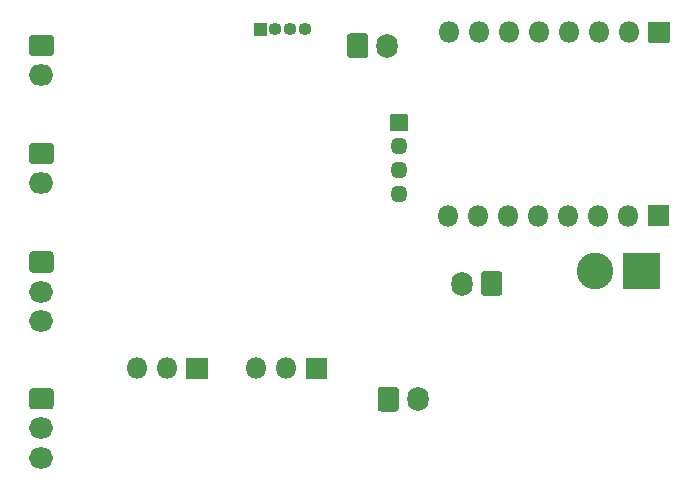
<source format=gbs>
G04 #@! TF.GenerationSoftware,KiCad,Pcbnew,(5.1.10)-1*
G04 #@! TF.CreationDate,2021-05-29T18:44:49+08:00*
G04 #@! TF.ProjectId,Light_detector_V1.0,4c696768-745f-4646-9574-6563746f725f,rev?*
G04 #@! TF.SameCoordinates,Original*
G04 #@! TF.FileFunction,Soldermask,Bot*
G04 #@! TF.FilePolarity,Negative*
%FSLAX46Y46*%
G04 Gerber Fmt 4.6, Leading zero omitted, Abs format (unit mm)*
G04 Created by KiCad (PCBNEW (5.1.10)-1) date 2021-05-29 18:44:49*
%MOMM*%
%LPD*%
G01*
G04 APERTURE LIST*
%ADD10O,1.800000X2.100000*%
%ADD11O,1.800000X1.800000*%
%ADD12C,3.100000*%
%ADD13O,1.450000X1.450000*%
%ADD14O,2.100000X1.800000*%
%ADD15O,2.050000X1.800000*%
%ADD16O,1.100000X1.100000*%
G04 APERTURE END LIST*
D10*
X81431540Y-43103840D03*
G36*
G01*
X84831540Y-42318545D02*
X84831540Y-43889135D01*
G75*
G02*
X84566835Y-44153840I-264705J0D01*
G01*
X83296245Y-44153840D01*
G75*
G02*
X83031540Y-43889135I0J264705D01*
G01*
X83031540Y-42318545D01*
G75*
G02*
X83296245Y-42053840I264705J0D01*
G01*
X84566835Y-42053840D01*
G75*
G02*
X84831540Y-42318545I0J-264705D01*
G01*
G37*
D11*
X95506320Y-37368520D03*
X92966320Y-37368520D03*
X87886320Y-37368520D03*
X80266320Y-37368520D03*
G36*
G01*
X97196320Y-36468520D02*
X98896320Y-36468520D01*
G75*
G02*
X98946320Y-36518520I0J-50000D01*
G01*
X98946320Y-38218520D01*
G75*
G02*
X98896320Y-38268520I-50000J0D01*
G01*
X97196320Y-38268520D01*
G75*
G02*
X97146320Y-38218520I0J50000D01*
G01*
X97146320Y-36518520D01*
G75*
G02*
X97196320Y-36468520I50000J0D01*
G01*
G37*
X90426320Y-37368520D03*
X82806320Y-37368520D03*
X85346320Y-37368520D03*
X95557120Y-21823720D03*
X93017120Y-21823720D03*
X87937120Y-21823720D03*
X80317120Y-21823720D03*
G36*
G01*
X97247120Y-20923720D02*
X98947120Y-20923720D01*
G75*
G02*
X98997120Y-20973720I0J-50000D01*
G01*
X98997120Y-22673720D01*
G75*
G02*
X98947120Y-22723720I-50000J0D01*
G01*
X97247120Y-22723720D01*
G75*
G02*
X97197120Y-22673720I0J50000D01*
G01*
X97197120Y-20973720D01*
G75*
G02*
X97247120Y-20923720I50000J0D01*
G01*
G37*
X90477120Y-21823720D03*
X82857120Y-21823720D03*
X85397120Y-21823720D03*
D10*
X75070120Y-22966720D03*
G36*
G01*
X71670120Y-23752015D02*
X71670120Y-22181425D01*
G75*
G02*
X71934825Y-21916720I264705J0D01*
G01*
X73205415Y-21916720D01*
G75*
G02*
X73470120Y-22181425I0J-264705D01*
G01*
X73470120Y-23752015D01*
G75*
G02*
X73205415Y-24016720I-264705J0D01*
G01*
X71934825Y-24016720D01*
G75*
G02*
X71670120Y-23752015I0J264705D01*
G01*
G37*
D12*
X92713440Y-42042120D03*
G36*
G01*
X98143440Y-40542120D02*
X98143440Y-43542120D01*
G75*
G02*
X98093440Y-43592120I-50000J0D01*
G01*
X95093440Y-43592120D01*
G75*
G02*
X95043440Y-43542120I0J50000D01*
G01*
X95043440Y-40542120D01*
G75*
G02*
X95093440Y-40492120I50000J0D01*
G01*
X98093440Y-40492120D01*
G75*
G02*
X98143440Y-40542120I0J-50000D01*
G01*
G37*
G36*
G01*
X75355400Y-30174600D02*
X75355400Y-28824600D01*
G75*
G02*
X75405400Y-28774600I50000J0D01*
G01*
X76755400Y-28774600D01*
G75*
G02*
X76805400Y-28824600I0J-50000D01*
G01*
X76805400Y-30174600D01*
G75*
G02*
X76755400Y-30224600I-50000J0D01*
G01*
X75405400Y-30224600D01*
G75*
G02*
X75355400Y-30174600I0J50000D01*
G01*
G37*
D13*
X76080400Y-31499600D03*
X76080400Y-33499600D03*
X76080400Y-35499600D03*
G36*
G01*
X45018305Y-31190400D02*
X46588895Y-31190400D01*
G75*
G02*
X46853600Y-31455105I0J-264705D01*
G01*
X46853600Y-32725695D01*
G75*
G02*
X46588895Y-32990400I-264705J0D01*
G01*
X45018305Y-32990400D01*
G75*
G02*
X44753600Y-32725695I0J264705D01*
G01*
X44753600Y-31455105D01*
G75*
G02*
X45018305Y-31190400I264705J0D01*
G01*
G37*
D14*
X45803600Y-34590400D03*
G36*
G01*
X45018305Y-22046400D02*
X46588895Y-22046400D01*
G75*
G02*
X46853600Y-22311105I0J-264705D01*
G01*
X46853600Y-23581695D01*
G75*
G02*
X46588895Y-23846400I-264705J0D01*
G01*
X45018305Y-23846400D01*
G75*
G02*
X44753600Y-23581695I0J264705D01*
G01*
X44753600Y-22311105D01*
G75*
G02*
X45018305Y-22046400I264705J0D01*
G01*
G37*
X45803600Y-25446400D03*
G36*
G01*
X45043305Y-51967600D02*
X46563895Y-51967600D01*
G75*
G02*
X46828600Y-52232305I0J-264705D01*
G01*
X46828600Y-53502895D01*
G75*
G02*
X46563895Y-53767600I-264705J0D01*
G01*
X45043305Y-53767600D01*
G75*
G02*
X44778600Y-53502895I0J264705D01*
G01*
X44778600Y-52232305D01*
G75*
G02*
X45043305Y-51967600I264705J0D01*
G01*
G37*
D15*
X45803600Y-55367600D03*
X45803600Y-57867600D03*
G36*
G01*
X45043305Y-40385200D02*
X46563895Y-40385200D01*
G75*
G02*
X46828600Y-40649905I0J-264705D01*
G01*
X46828600Y-41920495D01*
G75*
G02*
X46563895Y-42185200I-264705J0D01*
G01*
X45043305Y-42185200D01*
G75*
G02*
X44778600Y-41920495I0J264705D01*
G01*
X44778600Y-40649905D01*
G75*
G02*
X45043305Y-40385200I264705J0D01*
G01*
G37*
X45803600Y-43785200D03*
X45803600Y-46285200D03*
G36*
G01*
X74266000Y-53678295D02*
X74266000Y-52107705D01*
G75*
G02*
X74530705Y-51843000I264705J0D01*
G01*
X75801295Y-51843000D01*
G75*
G02*
X76066000Y-52107705I0J-264705D01*
G01*
X76066000Y-53678295D01*
G75*
G02*
X75801295Y-53943000I-264705J0D01*
G01*
X74530705Y-53943000D01*
G75*
G02*
X74266000Y-53678295I0J264705D01*
G01*
G37*
D10*
X77666000Y-52893000D03*
G36*
G01*
X68220000Y-49389500D02*
X69920000Y-49389500D01*
G75*
G02*
X69970000Y-49439500I0J-50000D01*
G01*
X69970000Y-51139500D01*
G75*
G02*
X69920000Y-51189500I-50000J0D01*
G01*
X68220000Y-51189500D01*
G75*
G02*
X68170000Y-51139500I0J50000D01*
G01*
X68170000Y-49439500D01*
G75*
G02*
X68220000Y-49389500I50000J0D01*
G01*
G37*
D11*
X66530000Y-50289500D03*
X63990000Y-50289500D03*
G36*
G01*
X58123500Y-49389500D02*
X59823500Y-49389500D01*
G75*
G02*
X59873500Y-49439500I0J-50000D01*
G01*
X59873500Y-51139500D01*
G75*
G02*
X59823500Y-51189500I-50000J0D01*
G01*
X58123500Y-51189500D01*
G75*
G02*
X58073500Y-51139500I0J50000D01*
G01*
X58073500Y-49439500D01*
G75*
G02*
X58123500Y-49389500I50000J0D01*
G01*
G37*
X56433500Y-50289500D03*
X53893500Y-50289500D03*
G36*
G01*
X64845600Y-22124800D02*
X63845600Y-22124800D01*
G75*
G02*
X63795600Y-22074800I0J50000D01*
G01*
X63795600Y-21074800D01*
G75*
G02*
X63845600Y-21024800I50000J0D01*
G01*
X64845600Y-21024800D01*
G75*
G02*
X64895600Y-21074800I0J-50000D01*
G01*
X64895600Y-22074800D01*
G75*
G02*
X64845600Y-22124800I-50000J0D01*
G01*
G37*
D16*
X65615600Y-21574800D03*
X66885600Y-21574800D03*
X68155600Y-21574800D03*
M02*

</source>
